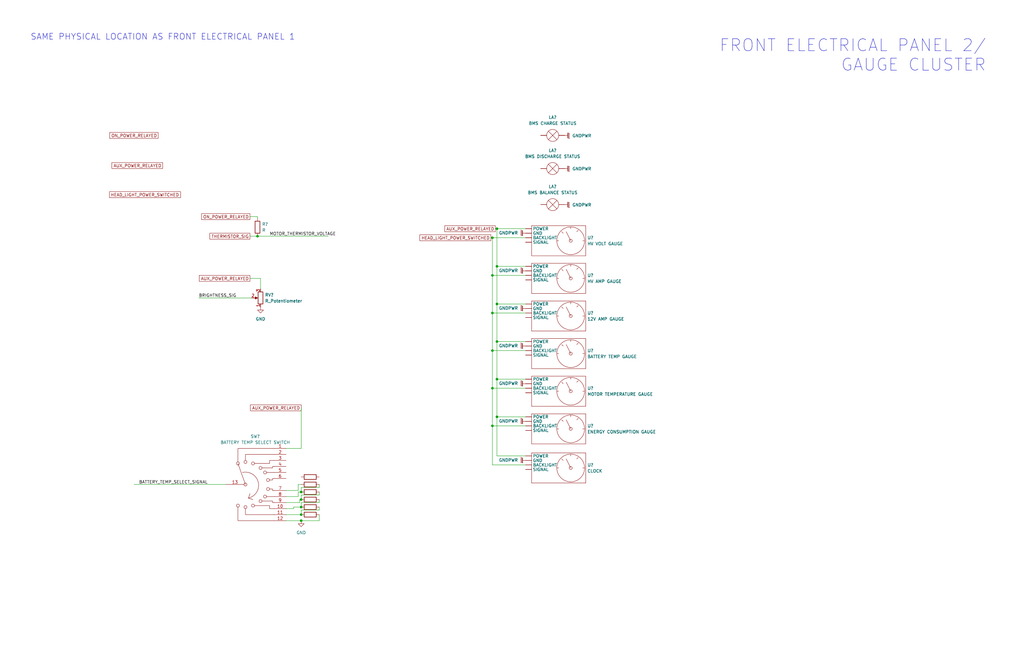
<source format=kicad_sch>
(kicad_sch (version 20211123) (generator eeschema)
  (paper "B")
  (lib_symbols
    (symbol "Device:Lamp" (pin_numbers hide) (pin_names (offset 0.0254) hide)
      (property "Reference" "LA" (at 0.635 3.81 0))
      (property "Value" "Lamp" (at 0.635 -3.81 0))
      (symbol "Lamp_0_1"
        (polyline (pts (xy -1.778 1.778) (xy 1.778 -1.778)))
        (polyline (pts (xy 1.778 1.778) (xy -1.778 -1.778)))
        (circle (center 0 0) (radius 2.54))
      )
      (symbol "Lamp_1_1"
        (pin passive line (at 0 -5.08 90) (length 2.54) (name "-") (number "1"))
        (pin passive line (at 0 5.08 270) (length 2.54) (name "+") (number "2"))
      )
    )
    (symbol "Device:R" (pin_numbers hide) (pin_names (offset 0))
      (property "Reference" "R" (at 2.032 0 90))
      (property "Value" "R" (at 0 0 90))
      (symbol "R_0_1"
        (rectangle (start -1.016 -2.54) (end 1.016 2.54) (stroke (width 0.254)))
      )
      (symbol "R_1_1"
        (pin passive line (at 0 3.81 270) (length 1.27) (name "~") (number "1"))
        (pin passive line (at 0 -3.81 90) (length 1.27) (name "~") (number "2"))
      )
    )
    (symbol "Device:R_Potentiometer" (pin_names (offset 1.016) hide)
      (property "Reference" "RV" (at -4.445 0 90))
      (property "Value" "R_Potentiometer" (at -2.54 0 90))
      (symbol "R_Potentiometer_0_1"
        (polyline (pts (xy 2.54 0) (xy 1.524 0)))
        (polyline (pts (xy 1.143 0) (xy 2.286 0.508) (xy 2.286 -0.508) (xy 1.143 0)) (fill (type outline)))
        (rectangle (start 1.016 2.54) (end -1.016 -2.54) (stroke (width 0.254)))
      )
      (symbol "R_Potentiometer_1_1"
        (pin passive line (at 0 3.81 270) (length 1.27) (name "1") (number "1"))
        (pin passive line (at 3.81 0 180) (length 1.27) (name "2") (number "2"))
        (pin passive line (at 0 -3.81 90) (length 1.27) (name "3") (number "3"))
      )
    )
    (symbol "Switch:SW_Rotary12" (pin_names (offset 1.016) hide)
      (property "Reference" "SW" (at 0 17.78 0))
      (property "Value" "SW_Rotary12" (at 0 -17.78 0))
      (symbol "SW_Rotary12_0_0"
        (circle (center -10.16 -8.89) (radius 0.635))
        (circle (center -10.16 8.89) (radius 0.635))
        (circle (center -6.985 -9.525) (radius 0.635))
        (circle (center -6.985 0) (radius 0.635))
        (circle (center -6.985 9.525) (radius 0.635))
        (arc (start -5.715 -5.715) (mid -1.5995 0.937) (end -8.255 5.08))
        (circle (center -3.81 -8.89) (radius 0.635))
        (circle (center -3.81 8.89) (radius 0.635))
        (circle (center -0.635 -6.985) (radius 0.635))
        (circle (center -0.635 6.985) (radius 0.635))
        (polyline (pts (xy -6.985 0) (xy -10.16 8.89)))
        (polyline (pts (xy -5.715 -5.715) (xy -5.08 -3.81)))
        (polyline (pts (xy -5.715 -5.715) (xy -3.81 -6.35)))
        (polyline (pts (xy 1.905 -5.08) (xy 5.08 -5.08)))
        (polyline (pts (xy 1.905 5.08) (xy 5.08 5.08)))
        (polyline (pts (xy -10.16 -9.525) (xy -10.16 -15.24) (xy 5.08 -15.24)))
        (polyline (pts (xy -10.16 9.525) (xy -10.16 15.24) (xy 5.08 15.24)))
        (polyline (pts (xy -6.985 -10.16) (xy -6.985 -12.7) (xy 5.08 -12.7)))
        (polyline (pts (xy -6.985 10.16) (xy -6.985 12.7) (xy 5.08 12.7)))
        (polyline (pts (xy -3.175 -8.89) (xy 3.175 -8.89) (xy 3.175 -10.16) (xy 5.08 -10.16)))
        (polyline (pts (xy -3.175 8.89) (xy 3.175 8.89) (xy 3.175 10.16) (xy 5.08 10.16)))
        (polyline (pts (xy 0 -6.985) (xy 4.445 -6.985) (xy 4.445 -7.62) (xy 5.08 -7.62)))
        (polyline (pts (xy 0 6.985) (xy 4.445 6.985) (xy 4.445 7.62) (xy 5.08 7.62)))
        (polyline (pts (xy 3.175 -1.905) (xy 4.445 -1.905) (xy 4.445 -2.54) (xy 5.08 -2.54)))
        (polyline (pts (xy 3.175 1.905) (xy 4.445 1.905) (xy 4.445 2.54) (xy 5.08 2.54)))
        (circle (center 1.27 -5.08) (radius 0.635))
        (circle (center 1.27 5.08) (radius 0.635))
        (circle (center 2.54 -1.905) (radius 0.635))
        (circle (center 2.54 1.905) (radius 0.635))
      )
      (symbol "SW_Rotary12_0_1"
        (pin passive line (at 10.16 15.24 180) (length 5.08) (name "1") (number "1"))
        (pin passive line (at 10.16 -10.16 180) (length 5.08) (name "10") (number "10"))
        (pin passive line (at 10.16 -12.7 180) (length 5.08) (name "11") (number "11"))
        (pin passive line (at 10.16 -15.24 180) (length 5.08) (name "12") (number "12"))
        (pin passive line (at -15.24 0 0) (length 7.62) (name "13") (number "13"))
        (pin passive line (at 10.16 12.7 180) (length 5.08) (name "2") (number "2"))
        (pin passive line (at 10.16 10.16 180) (length 5.08) (name "3") (number "3"))
        (pin passive line (at 10.16 7.62 180) (length 5.08) (name "4") (number "4"))
        (pin passive line (at 10.16 5.08 180) (length 5.08) (name "5") (number "5"))
        (pin passive line (at 10.16 2.54 180) (length 5.08) (name "6") (number "6"))
        (pin passive line (at 10.16 -2.54 180) (length 5.08) (name "7") (number "7"))
        (pin passive line (at 10.16 -5.08 180) (length 5.08) (name "8") (number "8"))
        (pin passive line (at 10.16 -7.62 180) (length 5.08) (name "9") (number "9"))
      )
    )
    (symbol "matt's custom carp:GAUGE"
      (property "Reference" "U" (at 0.635 13.97 0))
      (property "Value" "GAUGE" (at 19.685 13.97 0))
      (symbol "GAUGE_0_1"
        (polyline (pts (xy 10.795 6.35) (xy 11.43 6.35)))
        (polyline (pts (xy 12.7 10.16) (xy 13.335 9.525)))
        (polyline (pts (xy 16.51 6.35) (xy 14.605 10.16)))
        (polyline (pts (xy 16.51 12.065) (xy 16.51 11.43)))
        (polyline (pts (xy 19.685 10.795) (xy 19.05 10.16)))
        (polyline (pts (xy 22.225 6.35) (xy 21.59 6.35)))
        (rectangle (start 0 12.7) (end 22.86 0))
        (circle (center 16.51 6.35) (radius 5.8544))
        (circle (center 16.51 6.35) (radius 0.635))
      )
      (symbol "GAUGE_1_1"
        (pin passive line (at -2.54 7.62 0) (length 2.54) (name "BACKLIGHT") (number ""))
        (pin passive line (at -2.54 9.525 0) (length 2.54) (name "GND") (number ""))
        (pin passive line (at -2.54 11.43 0) (length 2.54) (name "POWER") (number ""))
        (pin passive line (at -2.54 5.715 0) (length 2.54) (name "SIGNAL") (number ""))
      )
    )
    (symbol "power:GND" (power) (pin_names (offset 0))
      (property "Value" "GND" (at 0 -3.81 0))
      (symbol "GND_0_1"
        (polyline (pts (xy 0 0) (xy 0 -1.27) (xy 1.27 -1.27) (xy 0 -2.54) (xy -1.27 -1.27) (xy 0 -1.27)))
      )
      (symbol "GND_1_1"
        (pin power_in line (at 0 0 270) (length 0) hide (name "GND") (number "1"))
      )
    )
    (symbol "power:GNDPWR" (power) (pin_names (offset 0))
      (property "Value" "GNDPWR" (at 0 -3.302 0))
      (symbol "GNDPWR_0_1"
        (polyline (pts (xy 0 -1.27) (xy 0 0)))
        (polyline (pts (xy -1.016 -1.27) (xy -1.27 -2.032) (xy -1.27 -2.032)) (stroke (width 0.2032)))
        (polyline (pts (xy -0.508 -1.27) (xy -0.762 -2.032) (xy -0.762 -2.032)) (stroke (width 0.2032)))
        (polyline (pts (xy 0 -1.27) (xy -0.254 -2.032) (xy -0.254 -2.032)) (stroke (width 0.2032)))
        (polyline (pts (xy 0.508 -1.27) (xy 0.254 -2.032) (xy 0.254 -2.032)) (stroke (width 0.2032)))
        (polyline (pts (xy 1.016 -1.27) (xy -1.016 -1.27) (xy -1.016 -1.27)) (stroke (width 0.2032)))
        (polyline (pts (xy 1.016 -1.27) (xy 0.762 -2.032) (xy 0.762 -2.032) (xy 0.762 -2.032)) (stroke (width 0.2032)))
      )
      (symbol "GNDPWR_1_1"
        (pin power_in line (at 0 0 270) (length 0) hide (name "GNDPWR") (number "1"))
      )
    )
  )
  (junction (at 127 207.645))
  (junction (at 207.645 116.205))
  (junction (at 209.55 96.52))
  (junction (at 209.55 128.27))
  (junction (at 127 210.82))
  (junction (at 127 213.995))
  (junction (at 209.55 112.395))
  (junction (at 207.645 163.83))
  (junction (at 207.645 179.705))
  (junction (at 209.55 144.145))
  (junction (at 207.645 147.955))
  (junction (at 207.645 100.33))
  (junction (at 127 217.17))
  (junction (at 207.645 132.08))
  (junction (at 209.55 175.895))
  (junction (at 108.585 99.695))
  (junction (at 127 219.71))
  (junction (at 209.55 160.02))
  (wire (pts (xy 221.615 196.215) (xy 207.645 196.215)))
  (wire (pts (xy 221.615 128.27) (xy 209.55 128.27)))
  (wire (pts (xy 83.82 125.73) (xy 106.045 125.73)))
  (wire (pts (xy 134.62 213.995) (xy 134.62 215.265)))
  (wire (pts (xy 105.41 99.695) (xy 108.585 99.695)))
  (wire (pts (xy 105.41 91.44) (xy 108.585 91.44)))
  (wire (pts (xy 209.55 192.405) (xy 209.55 175.895)))
  (wire (pts (xy 207.645 163.83) (xy 207.645 179.705)))
  (wire (pts (xy 123.825 213.995) (xy 123.825 214.63)))
  (wire (pts (xy 207.645 100.33) (xy 207.645 116.205)))
  (wire (pts (xy 125.73 207.645) (xy 125.73 209.55)))
  (wire (pts (xy 125.73 204.47) (xy 125.73 207.01)))
  (wire (pts (xy 127 213.995) (xy 123.825 213.995)))
  (wire (pts (xy 209.55 96.52) (xy 209.55 112.395)))
  (wire (pts (xy 207.645 100.33) (xy 221.615 100.33)))
  (wire (pts (xy 209.55 128.27) (xy 209.55 144.145)))
  (wire (pts (xy 221.615 192.405) (xy 209.55 192.405)))
  (wire (pts (xy 209.55 175.895) (xy 209.55 160.02)))
  (wire (pts (xy 134.62 208.915) (xy 127 208.915)))
  (wire (pts (xy 221.615 132.08) (xy 207.645 132.08)))
  (wire (pts (xy 221.615 175.895) (xy 209.55 175.895)))
  (wire (pts (xy 207.01 100.33) (xy 207.645 100.33)))
  (wire (pts (xy 134.62 212.09) (xy 127 212.09)))
  (wire (pts (xy 207.645 179.705) (xy 207.645 196.215)))
  (wire (pts (xy 134.62 207.645) (xy 134.62 208.915)))
  (wire (pts (xy 127 215.265) (xy 134.62 215.265)))
  (wire (pts (xy 127 204.47) (xy 125.73 204.47)))
  (wire (pts (xy 108.585 92.075) (xy 108.585 91.44)))
  (wire (pts (xy 109.855 121.92) (xy 109.855 117.475)))
  (wire (pts (xy 221.615 160.02) (xy 209.55 160.02)))
  (wire (pts (xy 120.65 212.09) (xy 126.365 212.09)))
  (wire (pts (xy 209.55 96.52) (xy 221.615 96.52)))
  (wire (pts (xy 127 172.085) (xy 127 189.23)))
  (wire (pts (xy 134.62 219.71) (xy 127 219.71)))
  (wire (pts (xy 127 212.09) (xy 127 213.995)))
  (wire (pts (xy 134.62 204.47) (xy 134.62 205.74)))
  (wire (pts (xy 108.585 99.695) (xy 138.43 99.695)))
  (wire (pts (xy 120.65 217.17) (xy 127 217.17)))
  (wire (pts (xy 207.645 132.08) (xy 207.645 147.955)))
  (wire (pts (xy 221.615 163.83) (xy 207.645 163.83)))
  (wire (pts (xy 125.73 207.01) (xy 120.65 207.01)))
  (wire (pts (xy 209.55 144.145) (xy 209.55 160.02)))
  (wire (pts (xy 120.65 219.71) (xy 127 219.71)))
  (wire (pts (xy 105.41 117.475) (xy 109.855 117.475)))
  (wire (pts (xy 134.62 210.82) (xy 134.62 212.09)))
  (wire (pts (xy 127 217.17) (xy 127 215.265)))
  (wire (pts (xy 127 210.82) (xy 126.365 210.82)))
  (wire (pts (xy 127 189.23) (xy 120.65 189.23)))
  (wire (pts (xy 127 205.74) (xy 127 207.645)))
  (wire (pts (xy 207.645 147.955) (xy 207.645 163.83)))
  (wire (pts (xy 127 207.645) (xy 125.73 207.645)))
  (wire (pts (xy 134.62 205.74) (xy 127 205.74)))
  (wire (pts (xy 125.73 209.55) (xy 120.65 209.55)))
  (wire (pts (xy 134.62 217.17) (xy 134.62 219.71)))
  (wire (pts (xy 221.615 112.395) (xy 209.55 112.395)))
  (wire (pts (xy 123.825 214.63) (xy 120.65 214.63)))
  (wire (pts (xy 221.615 147.955) (xy 207.645 147.955)))
  (wire (pts (xy 127 208.915) (xy 127 210.82)))
  (wire (pts (xy 126.365 210.82) (xy 126.365 212.09)))
  (wire (pts (xy 209.55 112.395) (xy 209.55 128.27)))
  (wire (pts (xy 221.615 144.145) (xy 209.55 144.145)))
  (wire (pts (xy 208.915 96.52) (xy 209.55 96.52)))
  (wire (pts (xy 221.615 116.205) (xy 207.645 116.205)))
  (wire (pts (xy 207.645 116.205) (xy 207.645 132.08)))
  (wire (pts (xy 221.615 179.705) (xy 207.645 179.705)))
  (wire (pts (xy 56.515 204.47) (xy 95.25 204.47)))
  (text "SAME PHYSICAL LOCATION AS FRONT ELECTRICAL PANEL 1" (at 124.46 17.145 180) (effects (font (size 2.54 2.54)) (justify right bottom)))
  (text "FRONT ELECTRICAL PANEL 2/\nGAUGE CLUSTER" (at 415.925 30.48 180) (effects (font (size 5.08 5.08)) (justify right bottom)))
  (label "BATTERY_TEMP_SELECT_SIGNAL" (at 87.63 204.47 180))
  (label "BRIGHTNESS_SIG" (at 83.82 125.73 0))
  (label "MOTOR_THERMISTOR_VOLTAGE" (at 113.665 99.695 0))
  (global_label "ON_POWER_RELAYED" (shape passive) (at 66.675 57.15 180) (property "Intersheet References" "${INTERSHEET_REFS}" (effects hide)))
  (global_label "HEAD_LIGHT_POWER_SWITCHED" (shape passive) (at 46.1565 82.1619 0) (property "Intersheet References" "${INTERSHEET_REFS}" (effects hide)))
  (global_label "HEAD_LIGHT_POWER_SWITCHED" (shape passive) (at 207.01 100.33 180) (property "Intersheet References" "${INTERSHEET_REFS}" (effects hide)))
  (global_label "AUX_POWER_RELAYED" (shape passive) (at 127 172.085 180) (property "Intersheet References" "${INTERSHEET_REFS}" (effects hide)))
  (global_label "AUX_POWER_RELAYED" (shape passive) (at 68.58 69.85 180) (property "Intersheet References" "${INTERSHEET_REFS}" (effects hide)))
  (global_label "AUX_POWER_RELAYED" (shape passive) (at 208.915 96.52 180) (property "Intersheet References" "${INTERSHEET_REFS}" (effects hide)))
  (global_label "THERMISTOR_SIG" (shape passive) (at 105.41 99.695 180) (property "Intersheet References" "${INTERSHEET_REFS}" (effects hide)))
  (global_label "ON_POWER_RELAYED" (shape passive) (at 105.41 91.44 180) (property "Intersheet References" "${INTERSHEET_REFS}" (effects hide)))
  (global_label "AUX_POWER_RELAYED" (shape passive) (at 105.41 117.475 180) (property "Intersheet References" "${INTERSHEET_REFS}" (effects hide)))
  (symbol (lib_id "matt's custom carp:GAUGE") (at 224.155 203.835 0) (unit 1)
    (property "Reference" "U?" (at 247.65 196.2149 0) (effects (justify left)))
    (property "Value" "CLOCK" (at 247.65 198.7549 0) (effects (justify left)))
  )
  (symbol (lib_id "Device:R") (at 130.81 217.17 270) (unit 1)
    (property "Reference" "R?" (effects hide))
    (property "Value" "R" (effects hide))
  )
  (symbol (lib_id "power:GNDPWR") (at 238.125 71.12 90) (unit 1)
    (property "Reference" "#PWR?" (effects hide))
    (property "Value" "GNDPWR" (at 241.3 71.2469 90) (effects (justify right)))
  )
  (symbol (lib_id "power:GNDPWR") (at 221.615 146.05 270) (unit 1)
    (property "Reference" "#PWR?" (effects hide))
    (property "Value" "GNDPWR" (at 218.44 145.9229 90) (effects (justify right)))
  )
  (symbol (lib_id "Device:R") (at 130.81 210.82 270) (unit 1)
    (property "Reference" "R?" (effects hide))
    (property "Value" "R" (effects hide))
  )
  (symbol (lib_id "Device:Lamp") (at 233.045 57.15 90) (unit 1)
    (property "Reference" "LA?" (at 233.045 49.53 90))
    (property "Value" "BMS CHARGE STATUS" (at 233.045 52.07 90))
  )
  (symbol (lib_id "Device:Lamp") (at 233.045 86.36 90) (unit 1)
    (property "Reference" "LA?" (at 233.045 78.74 90))
    (property "Value" "BMS BALANCE STATUS" (at 233.045 81.28 90))
  )
  (symbol (lib_id "matt's custom carp:GAUGE") (at 224.155 155.575 0) (unit 1)
    (property "Reference" "U?" (at 247.65 147.9549 0) (effects (justify left)))
    (property "Value" "BATTERY TEMP GAUGE" (at 247.65 150.4949 0) (effects (justify left)))
  )
  (symbol (lib_id "Device:R_Potentiometer") (at 109.855 125.73 180) (unit 1)
    (property "Reference" "RV?" (at 111.76 124.4599 0) (effects (justify right)))
    (property "Value" "R_Potentiometer" (at 111.76 126.9999 0) (effects (justify right)))
  )
  (symbol (lib_id "matt's custom carp:GAUGE") (at 224.155 107.95 0) (unit 1)
    (property "Reference" "U?" (at 247.65 100.3299 0) (effects (justify left)))
    (property "Value" "HV VOLT GAUGE" (at 247.65 102.8699 0) (effects (justify left)))
  )
  (symbol (lib_id "matt's custom carp:GAUGE") (at 224.155 123.825 0) (unit 1)
    (property "Reference" "U?" (at 247.65 116.2049 0) (effects (justify left)))
    (property "Value" "HV AMP GAUGE" (at 247.65 118.7449 0) (effects (justify left)))
  )
  (symbol (lib_id "power:GNDPWR") (at 238.125 86.36 90) (unit 1)
    (property "Reference" "#PWR?" (effects hide))
    (property "Value" "GNDPWR" (at 241.3 86.4869 90) (effects (justify right)))
  )
  (symbol (lib_id "power:GNDPWR") (at 238.125 57.15 90) (unit 1)
    (property "Reference" "#PWR?" (effects hide))
    (property "Value" "GNDPWR" (at 241.3 57.2769 90) (effects (justify right)))
  )
  (symbol (lib_id "power:GND") (at 109.855 129.54 0) (unit 1)
    (property "Reference" "#PWR?" (effects hide))
    (property "Value" "GND" (at 109.855 134.62 0))
  )
  (symbol (lib_id "matt's custom carp:GAUGE") (at 224.155 139.7 0) (unit 1)
    (property "Reference" "U?" (at 247.65 132.0799 0) (effects (justify left)))
    (property "Value" "12V AMP GAUGE" (at 247.65 134.6199 0) (effects (justify left)))
  )
  (symbol (lib_id "matt's custom carp:GAUGE") (at 224.155 171.45 0) (unit 1)
    (property "Reference" "U?" (at 247.65 163.8299 0) (effects (justify left)))
    (property "Value" "MOTOR TEMPERATURE GAUGE" (at 247.65 166.3699 0) (effects (justify left)))
  )
  (symbol (lib_id "Device:R") (at 130.81 207.645 270) (unit 1)
    (property "Reference" "R?" (effects hide))
    (property "Value" "R" (effects hide))
  )
  (symbol (lib_id "Switch:SW_Rotary12") (at 110.49 204.47 0) (unit 1)
    (property "Reference" "SW?" (at 107.6325 184.15 0))
    (property "Value" "BATTERY TEMP SELECT SWITCH" (at 107.6325 186.69 0))
  )
  (symbol (lib_id "power:GNDPWR") (at 221.615 177.8 270) (unit 1)
    (property "Reference" "#PWR?" (effects hide))
    (property "Value" "GNDPWR" (at 218.44 177.6729 90) (effects (justify right)))
  )
  (symbol (lib_id "matt's custom carp:GAUGE") (at 224.155 187.325 0) (unit 1)
    (property "Reference" "U?" (at 247.65 179.7049 0) (effects (justify left)))
    (property "Value" "ENERGY CONSUMPTION GAUGE" (at 247.65 182.2449 0) (effects (justify left)))
  )
  (symbol (lib_id "Device:Lamp") (at 233.045 71.12 90) (unit 1)
    (property "Reference" "LA?" (at 233.045 63.5 90))
    (property "Value" "BMS DISCHARGE STATUS" (at 233.045 66.04 90))
  )
  (symbol (lib_id "power:GND") (at 127 219.71 0) (unit 1)
    (property "Reference" "#PWR?" (effects hide))
    (property "Value" "GND" (at 127 224.79 0))
  )
  (symbol (lib_id "Device:R") (at 130.81 204.47 270) (unit 1)
    (property "Reference" "R?" (effects hide))
    (property "Value" "R" (effects hide))
  )
  (symbol (lib_id "power:GNDPWR") (at 221.615 98.425 270) (unit 1)
    (property "Reference" "#PWR?" (effects hide))
    (property "Value" "GNDPWR" (at 218.44 98.2979 90) (effects (justify right)))
  )
  (symbol (lib_id "power:GNDPWR") (at 221.615 194.31 270) (unit 1)
    (property "Reference" "#PWR?" (effects hide))
    (property "Value" "GNDPWR" (at 218.44 194.1829 90) (effects (justify right)))
  )
  (symbol (lib_id "power:GNDPWR") (at 221.615 161.925 270) (unit 1)
    (property "Reference" "#PWR?" (effects hide))
    (property "Value" "GNDPWR" (at 218.44 161.7979 90) (effects (justify right)))
  )
  (symbol (lib_id "Device:R") (at 130.81 201.295 270) (unit 1)
    (property "Reference" "R?" (effects hide))
    (property "Value" "R" (effects hide))
  )
  (symbol (lib_id "power:GNDPWR") (at 221.615 130.175 270) (unit 1)
    (property "Reference" "#PWR?" (effects hide))
    (property "Value" "GNDPWR" (at 218.44 130.0479 90) (effects (justify right)))
  )
  (symbol (lib_id "power:GNDPWR") (at 221.615 114.3 270) (unit 1)
    (property "Reference" "#PWR?" (effects hide))
    (property "Value" "GNDPWR" (at 218.44 114.1729 90) (effects (justify right)))
  )
  (symbol (lib_id "Device:R") (at 108.585 95.885 0) (unit 1)
    (property "Reference" "R?" (at 110.49 94.6149 0) (effects (justify left)))
    (property "Value" "R" (at 110.49 97.1549 0) (effects (justify left)))
  )
  (symbol (lib_id "Device:R") (at 130.81 213.995 270) (unit 1)
    (property "Reference" "R?" (effects hide))
    (property "Value" "R" (effects hide))
  )
)
</source>
